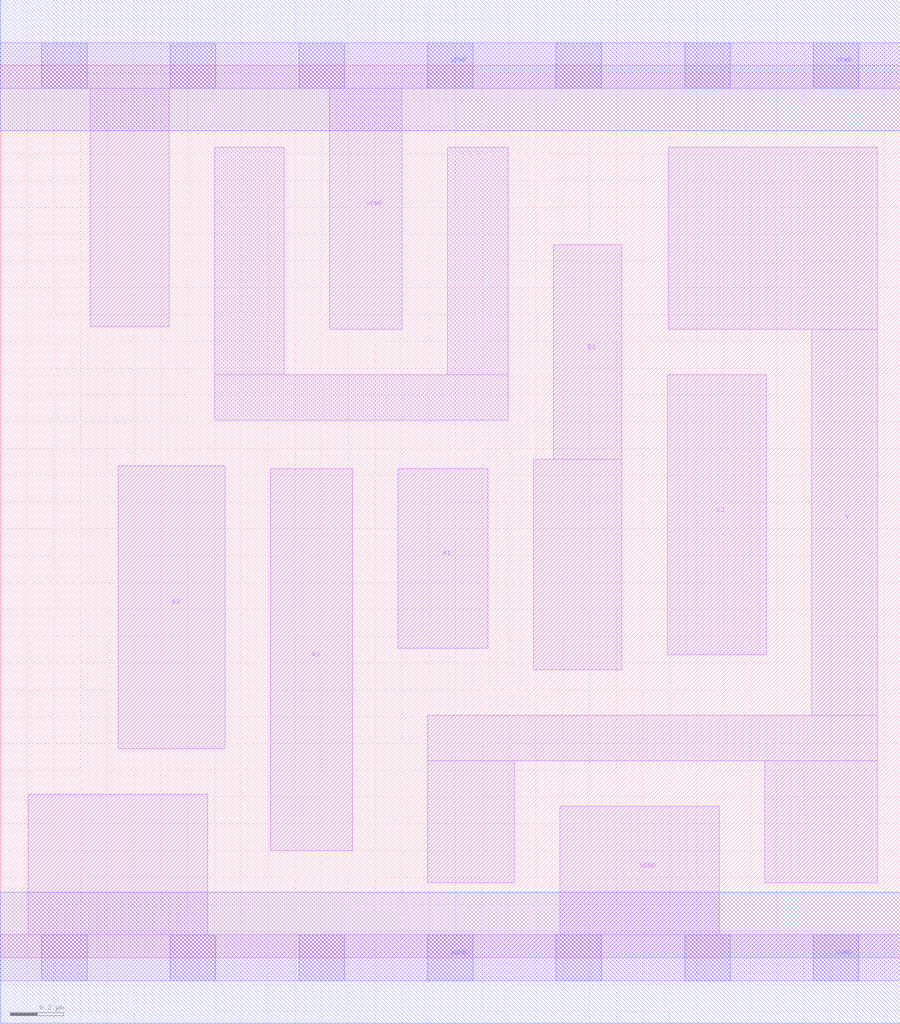
<source format=lef>
# Copyright 2020 The SkyWater PDK Authors
#
# Licensed under the Apache License, Version 2.0 (the "License");
# you may not use this file except in compliance with the License.
# You may obtain a copy of the License at
#
#     https://www.apache.org/licenses/LICENSE-2.0
#
# Unless required by applicable law or agreed to in writing, software
# distributed under the License is distributed on an "AS IS" BASIS,
# WITHOUT WARRANTIES OR CONDITIONS OF ANY KIND, either express or implied.
# See the License for the specific language governing permissions and
# limitations under the License.
#
# SPDX-License-Identifier: Apache-2.0

VERSION 5.7 ;
  NAMESCASESENSITIVE ON ;
  NOWIREEXTENSIONATPIN ON ;
  DIVIDERCHAR "/" ;
  BUSBITCHARS "[]" ;
UNITS
  DATABASE MICRONS 200 ;
END UNITS
MACRO sky130_fd_sc_lp__a311oi_0
  CLASS CORE ;
  SOURCE USER ;
  FOREIGN sky130_fd_sc_lp__a311oi_0 ;
  ORIGIN  0.000000  0.000000 ;
  SIZE  3.360000 BY  3.330000 ;
  SYMMETRY X Y R90 ;
  SITE unit ;
  PIN A1
    ANTENNAGATEAREA  0.159000 ;
    DIRECTION INPUT ;
    USE SIGNAL ;
    PORT
      LAYER li1 ;
        RECT 1.485000 1.155000 1.820000 1.825000 ;
    END
  END A1
  PIN A2
    ANTENNAGATEAREA  0.159000 ;
    DIRECTION INPUT ;
    USE SIGNAL ;
    PORT
      LAYER li1 ;
        RECT 1.010000 0.400000 1.315000 1.825000 ;
    END
  END A2
  PIN A3
    ANTENNAGATEAREA  0.159000 ;
    DIRECTION INPUT ;
    USE SIGNAL ;
    PORT
      LAYER li1 ;
        RECT 0.440000 0.780000 0.840000 1.835000 ;
    END
  END A3
  PIN B1
    ANTENNAGATEAREA  0.159000 ;
    DIRECTION INPUT ;
    USE SIGNAL ;
    PORT
      LAYER li1 ;
        RECT 1.990000 1.075000 2.320000 1.860000 ;
        RECT 2.065000 1.860000 2.320000 2.660000 ;
    END
  END B1
  PIN C1
    ANTENNAGATEAREA  0.159000 ;
    DIRECTION INPUT ;
    USE SIGNAL ;
    PORT
      LAYER li1 ;
        RECT 2.490000 1.130000 2.860000 2.175000 ;
    END
  END C1
  PIN Y
    ANTENNADIFFAREA  0.411100 ;
    DIRECTION OUTPUT ;
    USE SIGNAL ;
    PORT
      LAYER li1 ;
        RECT 1.595000 0.280000 1.920000 0.735000 ;
        RECT 1.595000 0.735000 3.275000 0.905000 ;
        RECT 2.495000 2.345000 3.275000 3.025000 ;
        RECT 2.855000 0.280000 3.275000 0.735000 ;
        RECT 3.030000 0.905000 3.275000 2.345000 ;
    END
  END Y
  PIN VGND
    DIRECTION INOUT ;
    USE GROUND ;
    PORT
      LAYER li1 ;
        RECT 0.000000 -0.085000 3.360000 0.085000 ;
        RECT 0.105000  0.085000 0.775000 0.610000 ;
        RECT 2.090000  0.085000 2.685000 0.565000 ;
      LAYER mcon ;
        RECT 0.155000 -0.085000 0.325000 0.085000 ;
        RECT 0.635000 -0.085000 0.805000 0.085000 ;
        RECT 1.115000 -0.085000 1.285000 0.085000 ;
        RECT 1.595000 -0.085000 1.765000 0.085000 ;
        RECT 2.075000 -0.085000 2.245000 0.085000 ;
        RECT 2.555000 -0.085000 2.725000 0.085000 ;
        RECT 3.035000 -0.085000 3.205000 0.085000 ;
      LAYER met1 ;
        RECT 0.000000 -0.245000 3.360000 0.245000 ;
    END
  END VGND
  PIN VPWR
    DIRECTION INOUT ;
    USE POWER ;
    PORT
      LAYER li1 ;
        RECT 0.000000 3.245000 3.360000 3.415000 ;
        RECT 0.335000 2.355000 0.630000 3.245000 ;
        RECT 1.230000 2.345000 1.500000 3.245000 ;
      LAYER mcon ;
        RECT 0.155000 3.245000 0.325000 3.415000 ;
        RECT 0.635000 3.245000 0.805000 3.415000 ;
        RECT 1.115000 3.245000 1.285000 3.415000 ;
        RECT 1.595000 3.245000 1.765000 3.415000 ;
        RECT 2.075000 3.245000 2.245000 3.415000 ;
        RECT 2.555000 3.245000 2.725000 3.415000 ;
        RECT 3.035000 3.245000 3.205000 3.415000 ;
      LAYER met1 ;
        RECT 0.000000 3.085000 3.360000 3.575000 ;
    END
  END VPWR
  OBS
    LAYER li1 ;
      RECT 0.800000 2.005000 1.895000 2.175000 ;
      RECT 0.800000 2.175000 1.060000 3.025000 ;
      RECT 1.670000 2.175000 1.895000 3.025000 ;
  END
END sky130_fd_sc_lp__a311oi_0

</source>
